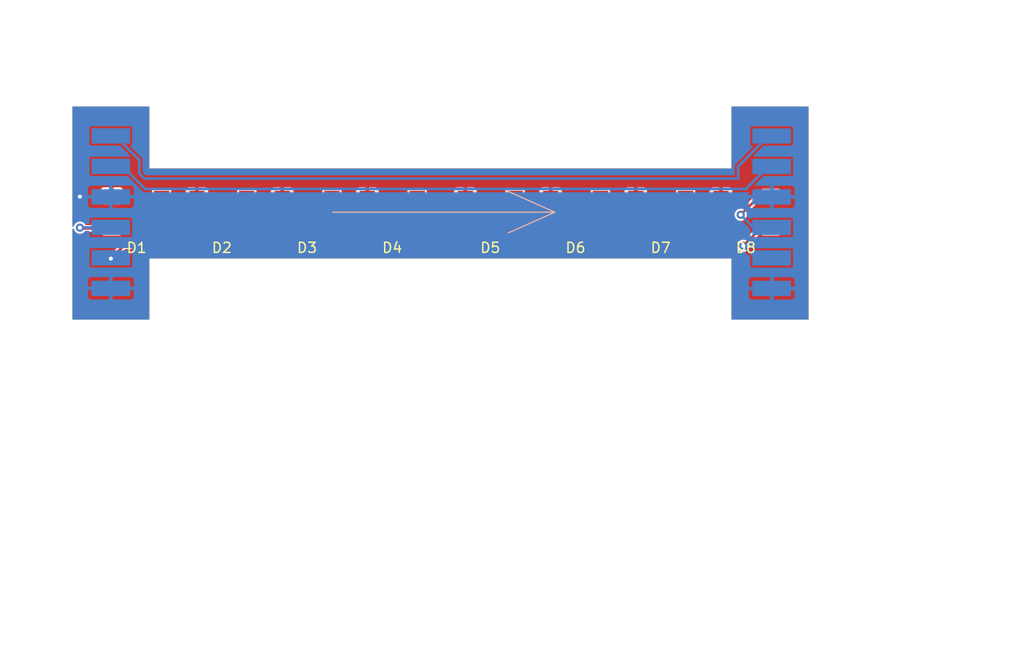
<source format=kicad_pcb>
(kicad_pcb (version 20211014) (generator pcbnew)
  (layers (0 "F.Cu" signal) (31 "B.Cu" signal) (34 "B.Paste" user) (35 "F.Paste" user) (36 "B.SilkS" user "B.Silkscreen") (37 "F.SilkS" user "F.Silkscreen") (38 "B.Mask" user) (39 "F.Mask" user) (44 "Edge.Cuts" user))
  (net 0 "")
  (net 1 "+5V")
  (net 2 "GND")
  (net 3 "/SCL")
  (net 4 "/SDA")
  (net 5 "Net-(D1-Pad2)")
  (net 6 "Net-(D2-Pad2)")
  (net 7 "Net-(D3-Pad2)")
  (net 8 "Net-(D4-Pad2)")
  (net 9 "Net-(D5-Pad2)")
  (net 10 "Net-(D6-Pad2)")
  (net 11 "Net-(D7-Pad2)")
  (net 12 "Net-(CN1-Pad4)")
  (net 13 "/LED DATA")
  (footprint "LED_SMD:LED_WS2812B_PLCC4_5.0x5.0mm_P3.2mm" (layer "F.Cu") (at 163.576 107.95 180)
    (fp_text reference "D5" (at 0 -3.5) (layer "F.SilkS"))
    (fp_text value "WS2812B")
    (pad "1" smd rect (at -2.45 -1.6 180) (size 1.5 1) (layers "F.Cu" "F.Paste" "F.Mask") (net 1 "+5V"))
    (pad "2" smd rect (at -2.45 1.6 180) (size 1.5 1) (layers "F.Cu" "F.Paste" "F.Mask") (net 9 "Net-(D5-Pad2)"))
    (pad "3" smd rect (at 2.45 1.6 180) (size 1.5 1) (layers "F.Cu" "F.Paste" "F.Mask") (net 2 "GND"))
    (pad "4" smd rect (at 2.45 -1.6 180) (size 1.5 1) (layers "F.Cu" "F.Paste" "F.Mask") (net 8 "Net-(D4-Pad2)"))
  )
  (footprint "LED_SMD:LED_WS2812B_PLCC4_5.0x5.0mm_P3.2mm" (layer "F.Cu") (at 188.722 107.95 180)
    (fp_text reference "D8" (at 0 -3.5) (layer "F.SilkS"))
    (fp_text value "WS2812B")
    (pad "1" smd rect (at -2.45 -1.6 180) (size 1.5 1) (layers "F.Cu" "F.Paste" "F.Mask") (net 1 "+5V"))
    (pad "2" smd rect (at -2.45 1.6 180) (size 1.5 1) (layers "F.Cu" "F.Paste" "F.Mask") (net 12 "Net-(CN1-Pad4)"))
    (pad "3" smd rect (at 2.45 1.6 180) (size 1.5 1) (layers "F.Cu" "F.Paste" "F.Mask") (net 2 "GND"))
    (pad "4" smd rect (at 2.45 -1.6 180) (size 1.5 1) (layers "F.Cu" "F.Paste" "F.Mask") (net 11 "Net-(D7-Pad2)"))
  )
  (footprint "LED_SMD:LED_WS2812B_PLCC4_5.0x5.0mm_P3.2mm" (layer "F.Cu") (at 171.958 107.95 180)
    (fp_text reference "D6" (at 0 -3.5) (layer "F.SilkS"))
    (fp_text value "WS2812B")
    (pad "1" smd rect (at -2.45 -1.6 180) (size 1.5 1) (layers "F.Cu" "F.Paste" "F.Mask") (net 1 "+5V"))
    (pad "2" smd rect (at -2.45 1.6 180) (size 1.5 1) (layers "F.Cu" "F.Paste" "F.Mask") (net 10 "Net-(D6-Pad2)"))
    (pad "3" smd rect (at 2.45 1.6 180) (size 1.5 1) (layers "F.Cu" "F.Paste" "F.Mask") (net 2 "GND"))
    (pad "4" smd rect (at 2.45 -1.6 180) (size 1.5 1) (layers "F.Cu" "F.Paste" "F.Mask") (net 9 "Net-(D5-Pad2)"))
  )
  (footprint "LED_SMD:LED_WS2812B_PLCC4_5.0x5.0mm_P3.2mm" (layer "F.Cu") (at 128.778 107.95 180)
    (fp_text reference "D1" (at 0 -3.5) (layer "F.SilkS"))
    (fp_text value "WS2812B")
    (pad "1" smd rect (at -2.45 -1.6 180) (size 1.5 1) (layers "F.Cu" "F.Paste" "F.Mask") (net 1 "+5V"))
    (pad "2" smd rect (at -2.45 1.6 180) (size 1.5 1) (layers "F.Cu" "F.Paste" "F.Mask") (net 5 "Net-(D1-Pad2)"))
    (pad "3" smd rect (at 2.45 1.6 180) (size 1.5 1) (layers "F.Cu" "F.Paste" "F.Mask") (net 2 "GND"))
    (pad "4" smd rect (at 2.45 -1.6 180) (size 1.5 1) (layers "F.Cu" "F.Paste" "F.Mask") (net 13 "/LED DATA"))
  )
  (footprint "LED_SMD:LED_WS2812B_PLCC4_5.0x5.0mm_P3.2mm" (layer "F.Cu") (at 180.34 107.95 180)
    (fp_text reference "D7" (at 0 -3.5) (layer "F.SilkS"))
    (fp_text value "WS2812B")
    (pad "1" smd rect (at -2.45 -1.6 180) (size 1.5 1) (layers "F.Cu" "F.Paste" "F.Mask") (net 1 "+5V"))
    (pad "2" smd rect (at -2.45 1.6 180) (size 1.5 1) (layers "F.Cu" "F.Paste" "F.Mask") (net 11 "Net-(D7-Pad2)"))
    (pad "3" smd rect (at 2.45 1.6 180) (size 1.5 1) (layers "F.Cu" "F.Paste" "F.Mask") (net 2 "GND"))
    (pad "4" smd rect (at 2.45 -1.6 180) (size 1.5 1) (layers "F.Cu" "F.Paste" "F.Mask") (net 10 "Net-(D6-Pad2)"))
  )
  (footprint "LED_SMD:LED_WS2812B_PLCC4_5.0x5.0mm_P3.2mm" (layer "F.Cu") (at 137.16 107.95 180)
    (fp_text reference "D2" (at 0 -3.5) (layer "F.SilkS"))
    (fp_text value "WS2812B")
    (pad "1" smd rect (at -2.45 -1.6 180) (size 1.5 1) (layers "F.Cu" "F.Paste" "F.Mask") (net 1 "+5V"))
    (pad "2" smd rect (at -2.45 1.6 180) (size 1.5 1) (layers "F.Cu" "F.Paste" "F.Mask") (net 6 "Net-(D2-Pad2)"))
    (pad "3" smd rect (at 2.45 1.6 180) (size 1.5 1) (layers "F.Cu" "F.Paste" "F.Mask") (net 2 "GND"))
    (pad "4" smd rect (at 2.45 -1.6 180) (size 1.5 1) (layers "F.Cu" "F.Paste" "F.Mask") (net 5 "Net-(D1-Pad2)"))
  )
  (footprint "LED_SMD:LED_WS2812B_PLCC4_5.0x5.0mm_P3.2mm" (layer "F.Cu") (at 153.924 107.95 180)
    (fp_text reference "D4" (at 0 -3.5) (layer "F.SilkS"))
    (fp_text value "WS2812B")
    (pad "1" smd rect (at -2.45 -1.6 180) (size 1.5 1) (layers "F.Cu" "F.Paste" "F.Mask") (net 1 "+5V"))
    (pad "2" smd rect (at -2.45 1.6 180) (size 1.5 1) (layers "F.Cu" "F.Paste" "F.Mask") (net 8 "Net-(D4-Pad2)"))
    (pad "3" smd rect (at 2.45 1.6 180) (size 1.5 1) (layers "F.Cu" "F.Paste" "F.Mask") (net 2 "GND"))
    (pad "4" smd rect (at 2.45 -1.6 180) (size 1.5 1) (layers "F.Cu" "F.Paste" "F.Mask") (net 7 "Net-(D3-Pad2)"))
  )
  (footprint "LED_SMD:LED_WS2812B_PLCC4_5.0x5.0mm_P3.2mm" (layer "F.Cu") (at 145.542 107.95 180)
    (fp_text reference "D3" (at 0 -3.5) (layer "F.SilkS"))
    (fp_text value "WS2812B")
    (pad "1" smd rect (at -2.45 -1.6 180) (size 1.5 1) (layers "F.Cu" "F.Paste" "F.Mask") (net 1 "+5V"))
    (pad "2" smd rect (at -2.45 1.6 180) (size 1.5 1) (layers "F.Cu" "F.Paste" "F.Mask") (net 7 "Net-(D3-Pad2)"))
    (pad "3" smd rect (at 2.45 1.6 180) (size 1.5 1) (layers "F.Cu" "F.Paste" "F.Mask") (net 2 "GND"))
    (pad "4" smd rect (at 2.45 -1.6 180) (size 1.5 1) (layers "F.Cu" "F.Paste" "F.Mask") (net 6 "Net-(D2-Pad2)"))
  )
  (footprint "Adafruit NeoPixel 8 Stick:1X4-SMT" (layer "B.Cu") (at 126.873 107.442 90)
    (fp_text reference "CN2" hide)
    (fp_text value "1X4SMT" hide)
    (pad "1" smd rect (at -8 -0.635 90) (size 1.5 3.8) (layers "B.Cu" "B.Paste" "B.Mask") (net 2 "GND"))
    (pad "2" smd rect (at -5 -0.635 90) (size 1.5 3.8) (layers "B.Cu" "B.Paste" "B.Mask") (net 1 "+5V"))
    (pad "3" smd rect (at -2 -0.635 90) (size 1.5 3.8) (layers "B.Cu" "B.Paste" "B.Mask") (net 13 "/LED DATA"))
    (pad "4" smd rect (at 1 -0.635 90) (size 1.5 3.8) (layers "B.Cu" "B.Paste" "B.Mask") (net 2 "GND"))
    (pad "5" smd rect (at 4 -0.635 90) (size 1.5 3.8) (layers "B.Cu" "B.Paste" "B.Mask") (net 4 "/SDA"))
    (pad "6" smd rect (at 7 -0.635 90) (size 1.5 3.8) (layers "B.Cu" "B.Paste" "B.Mask") (net 3 "/SCL"))
  )
  (footprint "Adafruit NeoPixel 8 Stick:1X4-SMT" (layer "B.Cu") (at 190.627 108.45 -90)
    (fp_text reference "CN1" hide)
    (fp_text value "1X4SMT" hide)
    (pad "1" smd rect (at -8 -0.635 270) (size 1.5 3.8) (layers "B.Cu" "B.Paste" "B.Mask") (net 3 "/SCL"))
    (pad "2" smd rect (at -5 -0.635 270) (size 1.5 3.8) (layers "B.Cu" "B.Paste" "B.Mask") (net 4 "/SDA"))
    (pad "3" smd rect (at -2 -0.635 270) (size 1.5 3.8) (layers "B.Cu" "B.Paste" "B.Mask") (net 2 "GND"))
    (pad "4" smd rect (at 1 -0.635 270) (size 1.5 3.8) (layers "B.Cu" "B.Paste" "B.Mask") (net 12 "Net-(CN1-Pad4)"))
    (pad "5" smd rect (at 4 -0.635 270) (size 1.5 3.8) (layers "B.Cu" "B.Paste" "B.Mask") (net 1 "+5V"))
    (pad "6" smd rect (at 7 -0.635 270) (size 1.5 3.8) (layers "B.Cu" "B.Paste" "B.Mask") (net 2 "GND"))
  )
  (gr_line (start 169.926 107.95) (end 165.354 105.918) (layer "B.SilkS") (width 0.12))
  (gr_line (start 169.926 107.95) (end 165.354 109.982) (layer "B.SilkS") (width 0.12))
  (gr_line (start 148.082 107.95) (end 169.926 107.95) (layer "B.SilkS") (width 0.12))
  (gr_line (start 130.048 118.536) (end 122.428 118.536) (layer "Edge.Cuts") (width 0.05))
  (gr_line (start 130.048 112.522) (end 187.288 112.522) (layer "Edge.Cuts") (width 0.05))
  (gr_line (start 194.908 97.536) (end 194.908 118.536) (layer "Edge.Cuts") (width 0.05))
  (gr_line (start 122.428 97.536) (end 122.428 118.536) (layer "Edge.Cuts") (width 0.05))
  (gr_line locked (start 194.908 118.536) (end 187.288 118.536) (layer "Edge.Cuts") (width 0.05))
  (gr_line (start 130.048 97.536) (end 130.048 103.632) (layer "Edge.Cuts") (width 0.05))
  (gr_line (start 187.288 118.536) (end 187.288 112.522) (layer "Edge.Cuts") (width 0.05))
  (gr_line (start 187.288 97.536) (end 194.908 97.536) (layer "Edge.Cuts") (width 0.05))
  (gr_line (start 122.428 97.536) (end 130.048 97.536) (layer "Edge.Cuts") (width 0.05))
  (gr_line (start 130.048 103.632) (end 187.288 103.632) (layer "Edge.Cuts") (width 0.05))
  (gr_line (start 187.288 97.536) (end 187.288 103.632) (layer "Edge.Cuts") (width 0.05))
  (gr_line (start 130.048 118.536) (end 130.048 112.522) (layer "Edge.Cuts") (width 0.05))
  (segment (start 166.026 109.55) (end 166.026 111.162) (width 0.25) (layer "F.Cu") (net 1))
  (segment (start 139.61 111.162) (end 139.7 111.252) (width 0.25) (layer "F.Cu") (net 1))
  (segment (start 127.508 111.252) (end 131.318 111.252) (width 0.25) (layer "F.Cu") (net 1))
  (segment (start 182.79 109.55) (end 182.79 111.162) (width 0.25) (layer "F.Cu") (net 1))
  (segment (start 148.082 111.252) (end 156.464 111.252) (width 0.25) (layer "F.Cu") (net 1))
  (segment (start 166.116 111.252) (end 174.498 111.252) (width 0.25) (layer "F.Cu") (net 1))
  (segment (start 156.374 109.55) (end 156.374 111.162) (width 0.25) (layer "F.Cu") (net 1))
  (segment (start 139.7 111.252) (end 148.082 111.252) (width 0.25) (layer "F.Cu") (net 1))
  (segment (start 126.238 112.522) (end 127.508 111.252) (width 0.25) (layer "F.Cu") (net 1))
  (segment (start 147.992 109.55) (end 147.992 111.162) (width 0.25) (layer "F.Cu") (net 1))
  (segment (start 131.318 111.252) (end 139.7 111.252) (width 0.25) (layer "F.Cu") (net 1))
  (segment (start 156.374 111.162) (end 156.464 111.252) (width 0.25) (layer "F.Cu") (net 1))
  (segment (start 139.61 109.55) (end 139.61 111.162) (width 0.25) (layer "F.Cu") (net 1))
  (segment (start 182.88 111.252) (end 188.468 111.252) (width 0.25) (layer "F.Cu") (net 1))
  (segment (start 190.17 109.55) (end 191.172 109.55) (width 0.25) (layer "F.Cu") (net 1))
  (segment (start 147.992 111.162) (end 148.082 111.252) (width 0.25) (layer "F.Cu") (net 1))
  (segment (start 174.498 111.252) (end 182.88 111.252) (width 0.25) (layer "F.Cu") (net 1))
  (segment (start 156.464 111.252) (end 166.116 111.252) (width 0.25) (layer "F.Cu") (net 1))
  (segment (start 166.026 111.162) (end 166.116 111.252) (width 0.25) (layer "F.Cu") (net 1))
  (segment (start 131.228 109.55) (end 131.228 111.162) (width 0.25) (layer "F.Cu") (net 1))
  (segment (start 174.408 111.162) (end 174.498 111.252) (width 0.25) (layer "F.Cu") (net 1))
  (segment (start 131.228 111.162) (end 131.318 111.252) (width 0.25) (layer "F.Cu") (net 1))
  (segment (start 188.468 111.252) (end 190.17 109.55) (width 0.25) (layer "F.Cu") (net 1))
  (segment (start 174.408 109.55) (end 174.408 111.162) (width 0.25) (layer "F.Cu") (net 1))
  (segment (start 182.79 111.162) (end 182.88 111.252) (width 0.25) (layer "F.Cu") (net 1))
  (via (at 126.238 112.522) (size 0.8) (drill 0.4) (layers "F.Cu" "B.Cu") (net 1))
  (via (at 188.468 111.252) (size 0.8) (drill 0.4) (layers "F.Cu" "B.Cu") (net 1))
  (segment (start 188.468 111.252) (end 189.666 112.45) (width 0.25) (layer "B.Cu") (net 1))
  (segment (start 189.666 112.45) (end 191.262 112.45) (width 0.25) (layer "B.Cu") (net 1))
  (segment (start 123.266 106.35) (end 123.19 106.426) (width 0.25) (layer "F.Cu") (net 2))
  (segment (start 178.726 106.35) (end 177.622 106.35) (width 0.25) (layer "F.Cu") (net 2))
  (segment (start 126.328 106.35) (end 123.266 106.35) (width 0.25) (layer "F.Cu") (net 2))
  (via (at 123.19 106.426) (size 0.8) (drill 0.4) (layers "F.Cu" "B.Cu") (net 2))
  (segment (start 123.206 106.442) (end 126.238 106.442) (width 0.25) (layer "B.Cu") (net 2))
  (segment (start 123.19 106.426) (end 123.206 106.442) (width 0.25) (layer "B.Cu") (net 2))
  (segment (start 187.96 103.4456) (end 190.9556 100.45) (width 0.25) (layer "B.Cu") (net 3))
  (segment (start 129.54 104.648) (end 187.96 104.648) (width 0.25) (layer "B.Cu") (net 3))
  (segment (start 187.96 104.648) (end 187.96 103.4456) (width 0.25) (layer "B.Cu") (net 3))
  (segment (start 129.032 102.828132) (end 129.032 104.14) (width 0.25) (layer "B.Cu") (net 3))
  (segment (start 126.645868 100.442) (end 129.032 102.828132) (width 0.25) (layer "B.Cu") (net 3))
  (segment (start 129.032 104.14) (end 129.54 104.648) (width 0.25) (layer "B.Cu") (net 3))
  (segment (start 129.61 105.664) (end 188.722 105.664) (width 0.25) (layer "B.Cu") (net 4))
  (segment (start 188.722 105.664) (end 190.936 103.45) (width 0.25) (layer "B.Cu") (net 4))
  (segment (start 127.388 103.442) (end 129.61 105.664) (width 0.25) (layer "B.Cu") (net 4))
  (segment (start 131.51 106.35) (end 134.71 109.55) (width 0.25) (layer "F.Cu") (net 5))
  (segment (start 139.892 106.35) (end 143.092 109.55) (width 0.25) (layer "F.Cu") (net 6))
  (segment (start 148.274 106.35) (end 151.474 109.55) (width 0.25) (layer "F.Cu") (net 7))
  (segment (start 156.374 106.35) (end 157.926 106.35) (width 0.25) (layer "F.Cu") (net 8))
  (segment (start 157.926 106.35) (end 161.126 109.55) (width 0.25) (layer "F.Cu") (net 8))
  (segment (start 166.308 106.35) (end 169.508 109.55) (width 0.25) (layer "F.Cu") (net 9))
  (segment (start 174.69 106.35) (end 177.89 109.55) (width 0.25) (layer "F.Cu") (net 10))
  (segment (start 183.072 106.35) (end 186.272 109.55) (width 0.25) (layer "F.Cu") (net 11))
  (segment (start 191.172 106.35) (end 190.068 106.35) (width 0.25) (layer "F.Cu") (net 12))
  (segment (start 190.068 106.35) (end 188.214 108.204) (width 0.25) (layer "F.Cu") (net 12))
  (via (at 188.214 108.204) (size 0.8) (drill 0.4) (layers "F.Cu" "B.Cu") (net 12))
  (segment (start 189.46 109.45) (end 191.262 109.45) (width 0.25) (layer "B.Cu") (net 12))
  (segment (start 188.214 108.204) (end 189.46 109.45) (width 0.25) (layer "B.Cu") (net 12))
  (segment (start 123.266 109.55) (end 123.19 109.474) (width 0.25) (layer "F.Cu") (net 13))
  (segment (start 126.328 109.55) (end 123.266 109.55) (width 0.25) (layer "F.Cu") (net 13))
  (via (at 123.19 109.474) (size 0.8) (drill 0.4) (layers "F.Cu" "B.Cu") (net 13))
  (segment (start 123.19 109.474) (end 123.222 109.442) (width 0.25) (layer "B.Cu") (net 13))
  (segment (start 123.222 109.442) (end 126.238 109.442) (width 0.25) (layer "B.Cu") (net 13))
  (zone (net 2) (net_name "GND") (layers F&B.Cu) (priority 6) (connect_pads (clearance 0.000001)) (min_thickness 0.1524) (fill yes (thermal_gap 0.3548) (thermal_bridge_width 0.3548))
    (polygon (pts (xy 216.0905 152.4) (xy 115.3287 152.4) (xy 115.3287 87.0712) (xy 216.0905 87.0712)))
  )
)
</source>
